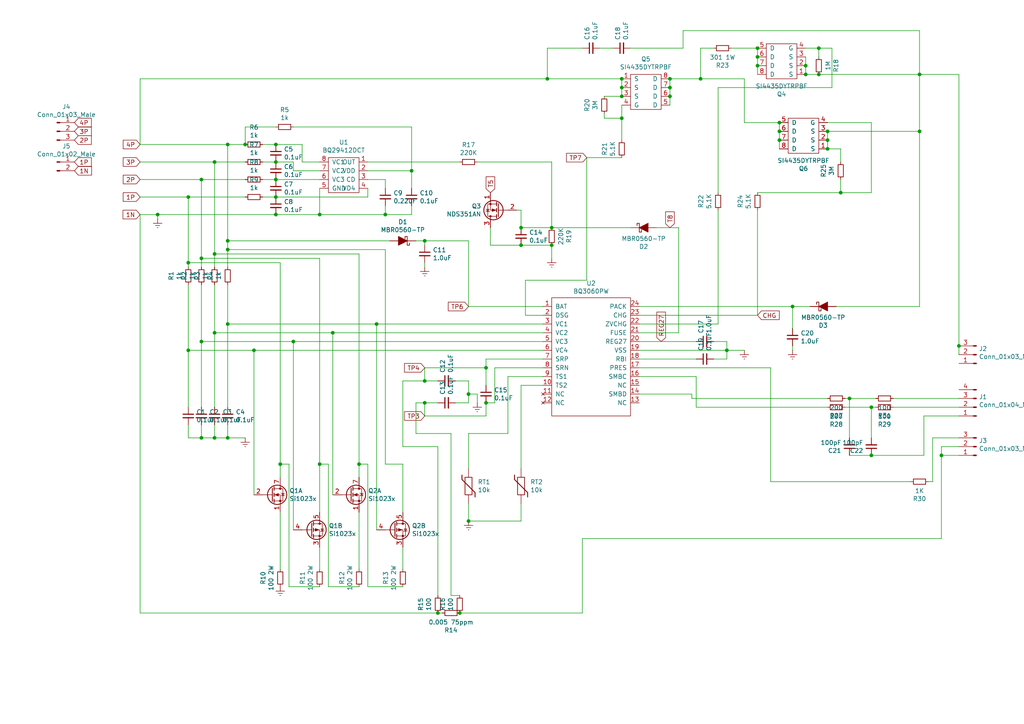
<source format=kicad_sch>
(kicad_sch (version 20250114) (generator "eeschema") (generator_version "9.0")
  (paper "A4")
  (lib_symbols
    (symbol "Connector:Conn_01x02_Male" (pin_names (offset 1.016) (hide yes))
      (property "Reference" "J" (at 0 2.54 0))
      (property "Value" "Connector_Conn_01x02_Male" (at 0 -5.08 0))
      (symbol "Conn_01x02_Male_1_1"
        (pin passive line (at 5.08 0 180) (length 3.81) (name "Pin_1") (number "1"))
        (pin passive line (at 5.08 -2.54 180) (length 3.81) (name "Pin_2") (number "2"))
      )
    )
    (symbol "Connector:Conn_01x03_Male" (pin_names (offset 1.016) (hide yes))
      (property "Reference" "J" (at 0 5.08 0))
      (property "Value" "Connector_Conn_01x03_Male" (at 0 -5.08 0))
      (symbol "Conn_01x03_Male_1_1"
        (pin passive line (at 5.08 2.54 180) (length 3.81) (name "Pin_1") (number "1"))
        (pin passive line (at 5.08 0 180) (length 3.81) (name "Pin_2") (number "2"))
        (pin passive line (at 5.08 -2.54 180) (length 3.81) (name "Pin_3") (number "3"))
      )
    )
    (symbol "Connector:Conn_01x04_Male" (pin_names (offset 1.016) (hide yes))
      (property "Reference" "J" (at 0 5.08 0))
      (property "Value" "Connector_Conn_01x04_Male" (at 0 -7.62 0))
      (symbol "Conn_01x04_Male_1_1"
        (pin passive line (at 5.08 2.54 180) (length 3.81) (name "Pin_1") (number "1"))
        (pin passive line (at 5.08 0 180) (length 3.81) (name "Pin_2") (number "2"))
        (pin passive line (at 5.08 -2.54 180) (length 3.81) (name "Pin_3") (number "3"))
        (pin passive line (at 5.08 -5.08 180) (length 3.81) (name "Pin_4") (number "4"))
      )
    )
    (symbol "Device:C_Small" (pin_numbers (hide yes)) (pin_names (offset 0.254) (hide yes))
      (property "Reference" "C" (at 0.254 1.778 0))
      (property "Value" "C_Small" (at 0.254 -2.032 0))
      (symbol "C_Small_1_1"
        (pin passive line (at 0 2.54 270) (length 2.032) (name "~") (number "1"))
        (pin passive line (at 0 -2.54 90) (length 2.032) (name "~") (number "2"))
      )
    )
    (symbol "Device:D_Schottky_ALT" (pin_numbers (hide yes)) (pin_names (offset 1.016) (hide yes))
      (property "Reference" "D" (at 0 2.54 0))
      (property "Value" "Device_D_Schottky_ALT" (at 0 -2.54 0))
      (symbol "D_Schottky_ALT_1_1"
        (pin passive line (at -3.81 0 0) (length 2.54) (name "K") (number "1"))
        (pin passive line (at 3.81 0 180) (length 2.54) (name "A") (number "2"))
      )
    )
    (symbol "Device:R_Small" (pin_numbers (hide yes)) (pin_names (offset 0.254) (hide yes))
      (property "Reference" "R" (at 0 0 90))
      (property "Value" "R_Small" (at 1.778 0 90))
      (symbol "R_Small_1_1"
        (pin passive line (at 0 2.54 270) (length 0.762) (name "~") (number "1"))
        (pin passive line (at 0 -2.54 90) (length 0.762) (name "~") (number "2"))
      )
    )
    (symbol "Device:Thermistor" (pin_numbers (hide yes)) (pin_names (offset 0))
      (property "Reference" "TH" (at 2.54 1.27 90))
      (property "Value" "Thermistor" (at -2.54 0 90))
      (symbol "Thermistor_1_1"
        (pin passive line (at 0 5.08 270) (length 2.54) (name "~") (number "1"))
        (pin passive line (at 0 -5.08 90) (length 2.54) (name "~") (number "2"))
      )
    )
    (symbol "Transistor_FET:2N7000" (pin_names (hide yes))
      (property "Reference" "Q" (at 5.08 1.905 0))
      (property "Value" "2N7000" (at 5.08 0 0))
      (symbol "2N7000_1_1"
        (pin input line (at -5.08 0 0) (length 2.54) (name "G") (number "2"))
        (pin passive line (at 2.54 5.08 270) (length 2.54) (name "D") (number "3"))
        (pin passive line (at 2.54 -5.08 90) (length 2.54) (name "S") (number "1"))
      )
    )
    (symbol "Transistor_FET:FDS4897AC" (pin_names (hide yes))
      (property "Reference" "Q" (at 5.08 1.905 0))
      (property "Value" "FDS4897AC" (at 5.08 0 0))
      (symbol "FDS4897AC_1_1"
        (pin input line (at -5.08 0 0) (length 2.54) (name "G1") (number "2"))
        (pin passive line (at 2.54 5.08 270) (length 2.54) (name "D1") (number "7"))
        (pin passive line (at 2.54 5.08 270) (length 2.54) (hide yes) (name "D1") (number "8"))
        (pin passive line (at 2.54 -5.08 90) (length 2.54) (name "S1") (number "1"))
      )
      (symbol "FDS4897AC_2_1"
        (pin input line (at -5.08 0 0) (length 2.54) (name "G2") (number "4"))
        (pin passive line (at 2.54 5.08 270) (length 2.54) (name "D2") (number "5"))
        (pin passive line (at 2.54 5.08 270) (length 2.54) (hide yes) (name "D2") (number "6"))
        (pin passive line (at 2.54 -5.08 90) (length 2.54) (name "S2") (number "3"))
      )
    )
    (symbol "bq3060:BQ29412DCT" (pin_names (offset 1.016))
      (property "Reference" "U" (at 0 0 0))
      (property "Value" "BQ29412DCT" (at 0 0 0))
      (symbol "BQ29412DCT_1_1"
        (pin unspecified line (at -10.16 5.08 0) (length 2.54) (name "VC1") (number "8"))
        (pin unspecified line (at -10.16 2.54 0) (length 2.54) (name "VC2") (number "7"))
        (pin unspecified line (at -10.16 0 0) (length 2.54) (name "VC3") (number "6"))
        (pin unspecified line (at -10.16 -2.54 0) (length 2.54) (name "GND") (number "5"))
        (pin unspecified line (at 3.81 5.08 180) (length 2.54) (name "OUT") (number "1"))
        (pin unspecified line (at 3.81 2.54 180) (length 2.54) (name "VDD") (number "2"))
        (pin unspecified line (at 3.81 0 180) (length 2.54) (name "CD") (number "3"))
        (pin unspecified line (at 3.81 -2.54 180) (length 2.54) (name "VD4") (number "4"))
      )
    )
    (symbol "bq3060:BQ3060PW" (pin_names (offset 1.016))
      (property "Reference" "U" (at -2.54 11.43 0))
      (property "Value" "BQ3060PW" (at -2.54 11.43 0))
      (symbol "BQ3060PW_1_1"
        (pin unspecified line (at -16.51 20.32 0) (length 2.54) (name "BAT") (number "1"))
        (pin unspecified line (at -16.51 17.78 0) (length 2.54) (name "DSG") (number "2"))
        (pin unspecified line (at -16.51 15.24 0) (length 2.54) (name "VC1") (number "3"))
        (pin unspecified line (at -16.51 12.7 0) (length 2.54) (name "VC2") (number "4"))
        (pin unspecified line (at -16.51 10.16 0) (length 2.54) (name "VC3") (number "5"))
        (pin unspecified line (at -16.51 7.62 0) (length 2.54) (name "VC4") (number "6"))
        (pin unspecified line (at -16.51 5.08 0) (length 2.54) (name "SRP") (number "7"))
        (pin unspecified line (at -16.51 2.54 0) (length 2.54) (name "SRN") (number "8"))
        (pin unspecified line (at -16.51 0 0) (length 2.54) (name "TS1") (number "9"))
        (pin unspecified line (at -16.51 -2.54 0) (length 2.54) (name "TS2") (number "10"))
        (pin no_connect line (at -16.51 -5.08 0) (length 2.54) (name "NC") (number "11"))
        (pin no_connect line (at -16.51 -7.62 0) (length 2.54) (name "NC") (number "12"))
        (pin unspecified line (at 11.43 20.32 180) (length 2.54) (name "PACK") (number "24"))
        (pin unspecified line (at 11.43 17.78 180) (length 2.54) (name "CHG") (number "23"))
        (pin unspecified line (at 11.43 15.24 180) (length 2.54) (name "ZVCHG") (number "22"))
        (pin unspecified line (at 11.43 12.7 180) (length 2.54) (name "FUSE") (number "21"))
        (pin unspecified line (at 11.43 10.16 180) (length 2.54) (name "REG27") (number "20"))
        (pin unspecified line (at 11.43 7.62 180) (length 2.54) (name "VSS") (number "19"))
        (pin unspecified line (at 11.43 5.08 180) (length 2.54) (name "RBI") (number "18"))
        (pin unspecified line (at 11.43 2.54 180) (length 2.54) (name "PRES") (number "17"))
        (pin unspecified line (at 11.43 0 180) (length 2.54) (name "SMBC") (number "16"))
        (pin unspecified line (at 11.43 -2.54 180) (length 2.54) (name "NC") (number "15"))
        (pin unspecified line (at 11.43 -5.08 180) (length 2.54) (name "SMBD") (number "14"))
        (pin unspecified line (at 11.43 -7.62 180) (length 2.54) (name "NC") (number "13"))
      )
    )
    (symbol "bq3060:SI4435DYTRPBF" (pin_names (offset 1.016))
      (property "Reference" "Q" (at -1.27 17.78 0))
      (property "Value" "SI4435DYTRPBF" (at -1.27 17.78 0))
      (symbol "SI4435DYTRPBF_1_1"
        (pin input line (at -6.35 3.81 0) (length 2.54) (name "S") (number "1"))
        (pin input line (at -6.35 1.27 0) (length 2.54) (name "S") (number "2"))
        (pin input line (at -6.35 -1.27 0) (length 2.54) (name "S") (number "3"))
        (pin input line (at -6.35 -3.81 0) (length 2.54) (name "G") (number "4"))
        (pin input line (at 7.62 3.81 180) (length 2.54) (name "D") (number "8"))
        (pin input line (at 7.62 1.27 180) (length 2.54) (name "D") (number "7"))
        (pin input line (at 7.62 -1.27 180) (length 2.54) (name "D") (number "6"))
        (pin input line (at 7.62 -3.81 180) (length 2.54) (name "D") (number "5"))
      )
    )
    (symbol "power:Earth" (power) (pin_numbers (hide yes)) (pin_names (offset 0) (hide yes))
      (property "Value" "Earth" (at 0 -3.81 0))
      (symbol "Earth_1_1"
        (pin power_in line (at 0 0 270) (length 0) (name "~") (number "1"))
      )
    )
  )
  (junction (at 226.06 38.1))
  (junction (at 243.84 55.88))
  (junction (at 151.13 66.04))
  (junction (at 219.71 13.97))
  (junction (at 45.72 62.23))
  (junction (at 160.02 71.12))
  (junction (at 123.19 69.85))
  (junction (at 240.03 40.64))
  (junction (at 135.89 114.3))
  (junction (at 104.14 134.62))
  (junction (at 210.82 101.6))
  (junction (at 237.49 13.97))
  (junction (at 158.75 22.86))
  (junction (at 140.97 116.84))
  (junction (at 219.71 16.51))
  (junction (at 229.87 88.9))
  (junction (at 266.7 38.1))
  (junction (at 135.89 151.13))
  (junction (at 81.28 134.62))
  (junction (at 203.2 22.86))
  (junction (at 109.22 93.98))
  (junction (at 194.31 22.86))
  (junction (at 278.13 100.33))
  (junction (at 160.02 66.04))
  (junction (at 180.34 27.94))
  (junction (at 66.04 69.85))
  (junction (at 151.13 71.12))
  (junction (at 273.05 132.08))
  (junction (at 266.7 21.59))
  (junction (at 233.68 19.05))
  (junction (at 85.09 99.06))
  (junction (at 66.04 41.91))
  (junction (at 80.01 41.91))
  (junction (at 80.01 62.23))
  (junction (at 226.06 35.56))
  (junction (at 252.73 118.11))
  (junction (at 240.03 43.18))
  (junction (at 54.61 76.2))
  (junction (at 58.42 127))
  (junction (at 80.01 52.07))
  (junction (at 240.03 38.1))
  (junction (at 219.71 19.05))
  (junction (at 119.38 49.53))
  (junction (at 62.23 127))
  (junction (at 54.61 101.6))
  (junction (at 54.61 57.15))
  (junction (at 233.68 21.59))
  (junction (at 62.23 46.99))
  (junction (at 194.31 25.4))
  (junction (at 58.42 74.93))
  (junction (at 180.34 22.86))
  (junction (at 96.52 96.52))
  (junction (at 246.38 115.57))
  (junction (at 133.35 177.8))
  (junction (at 111.76 62.23))
  (junction (at 140.97 106.68))
  (junction (at 66.04 72.39))
  (junction (at 71.12 41.91))
  (junction (at 252.73 132.08))
  (junction (at 73.66 101.6))
  (junction (at 127 177.8))
  (junction (at 66.04 127))
  (junction (at 194.31 27.94))
  (junction (at 62.23 96.52))
  (junction (at 66.04 93.98))
  (junction (at 80.01 57.15))
  (junction (at 58.42 52.07))
  (junction (at 92.71 62.23))
  (junction (at 180.34 25.4))
  (junction (at 226.06 40.64))
  (junction (at 237.49 21.59))
  (junction (at 58.42 99.06))
  (junction (at 62.23 73.66))
  (junction (at 180.34 34.29))
  (junction (at 80.01 46.99))
  (junction (at 92.71 134.62))
  (junction (at 123.19 116.84))
  (junction (at 123.19 110.49))
  (wire (pts (xy 76.2 41.91) (xy 80.01 41.91)))
  (wire (pts (xy 58.42 127) (xy 62.23 127)))
  (wire (pts (xy 113.03 69.85) (xy 66.04 69.85)))
  (wire (pts (xy 83.82 170.18) (xy 83.82 134.62)))
  (wire (pts (xy 170.18 81.28) (xy 170.18 45.72)))
  (wire (pts (xy 158.75 22.86) (xy 40.64 22.86)))
  (wire (pts (xy 152.4 81.28) (xy 170.18 81.28)))
  (wire (pts (xy 116.84 129.54) (xy 127 129.54)))
  (wire (pts (xy 203.2 13.97) (xy 203.2 22.86)))
  (wire (pts (xy 264.16 139.7) (xy 223.52 139.7)))
  (wire (pts (xy 85.09 46.99) (xy 85.09 49.53)))
  (wire (pts (xy 116.84 158.75) (xy 116.84 165.1)))
  (wire (pts (xy 207.01 99.06) (xy 210.82 99.06)))
  (wire (pts (xy 168.91 177.8) (xy 168.91 156.21)))
  (wire (pts (xy 180.34 27.94) (xy 175.26 27.94)))
  (wire (pts (xy 240.03 115.57) (xy 200.66 115.57)))
  (wire (pts (xy 54.61 127) (xy 58.42 127)))
  (wire (pts (xy 233.68 19.05) (xy 233.68 16.51)))
  (wire (pts (xy 226.06 43.18) (xy 226.06 40.64)))
  (wire (pts (xy 142.24 71.12) (xy 151.13 71.12)))
  (wire (pts (xy 151.13 71.12) (xy 160.02 71.12)))
  (wire (pts (xy 66.04 69.85) (xy 66.04 41.91)))
  (wire (pts (xy 160.02 46.99) (xy 138.43 46.99)))
  (wire (pts (xy 62.23 73.66) (xy 62.23 46.99)))
  (wire (pts (xy 83.82 134.62) (xy 81.28 134.62)))
  (wire (pts (xy 208.28 93.98) (xy 185.42 93.98)))
  (wire (pts (xy 269.24 139.7) (xy 270.51 139.7)))
  (wire (pts (xy 87.63 46.99) (xy 92.71 46.99)))
  (wire (pts (xy 135.89 114.3) (xy 135.89 116.84)))
  (wire (pts (xy 266.7 38.1) (xy 266.7 88.9)))
  (wire (pts (xy 160.02 66.04) (xy 151.13 66.04)))
  (wire (pts (xy 58.42 123.19) (xy 58.42 127)))
  (wire (pts (xy 66.04 123.19) (xy 66.04 127)))
  (wire (pts (xy 123.19 120.65) (xy 123.19 116.84)))
  (wire (pts (xy 120.65 125.73) (xy 130.81 125.73)))
  (wire (pts (xy 123.19 110.49) (xy 116.84 110.49)))
  (wire (pts (xy 182.88 13.97) (xy 198.12 13.97)))
  (wire (pts (xy 81.28 138.43) (xy 81.28 134.62)))
  (wire (pts (xy 259.08 118.11) (xy 278.13 118.11)))
  (wire (pts (xy 208.28 25.4) (xy 208.28 55.88)))
  (wire (pts (xy 200.66 115.57) (xy 200.66 114.3)))
  (wire (pts (xy 58.42 74.93) (xy 58.42 52.07)))
  (wire (pts (xy 62.23 123.19) (xy 62.23 127)))
  (wire (pts (xy 151.13 151.13) (xy 135.89 151.13)))
  (wire (pts (xy 273.05 129.54) (xy 278.13 129.54)))
  (wire (pts (xy 58.42 52.07) (xy 71.12 52.07)))
  (wire (pts (xy 223.52 139.7) (xy 223.52 106.68)))
  (wire (pts (xy 246.38 132.08) (xy 252.73 132.08)))
  (wire (pts (xy 133.35 177.8) (xy 168.91 177.8)))
  (wire (pts (xy 223.52 106.68) (xy 185.42 106.68)))
  (wire (pts (xy 233.68 13.97) (xy 237.49 13.97)))
  (wire (pts (xy 273.05 156.21) (xy 273.05 132.08)))
  (wire (pts (xy 123.19 106.68) (xy 123.19 110.49)))
  (wire (pts (xy 266.7 38.1) (xy 266.7 21.59)))
  (wire (pts (xy 160.02 46.99) (xy 160.02 66.04)))
  (wire (pts (xy 95.25 134.62) (xy 92.71 134.62)))
  (wire (pts (xy 252.73 35.56) (xy 252.73 55.88)))
  (wire (pts (xy 80.01 46.99) (xy 85.09 46.99)))
  (wire (pts (xy 175.26 34.29) (xy 180.34 34.29)))
  (wire (pts (xy 116.84 148.59) (xy 116.84 134.62)))
  (wire (pts (xy 203.2 22.86) (xy 215.9 22.86)))
  (wire (pts (xy 130.81 172.72) (xy 133.35 172.72)))
  (wire (pts (xy 194.31 25.4) (xy 194.31 27.94)))
  (wire (pts (xy 92.71 165.1) (xy 92.71 158.75)))
  (wire (pts (xy 229.87 100.33) (xy 229.87 101.6)))
  (wire (pts (xy 106.68 134.62) (xy 104.14 134.62)))
  (wire (pts (xy 92.71 54.61) (xy 92.71 62.23)))
  (wire (pts (xy 240.03 118.11) (xy 201.93 118.11)))
  (wire (pts (xy 119.38 62.23) (xy 111.76 62.23)))
  (wire (pts (xy 62.23 96.52) (xy 62.23 118.11)))
  (wire (pts (xy 237.49 13.97) (xy 241.3 13.97)))
  (wire (pts (xy 73.66 101.6) (xy 54.61 101.6)))
  (wire (pts (xy 109.22 93.98) (xy 66.04 93.98)))
  (wire (pts (xy 219.71 16.51) (xy 219.71 19.05)))
  (wire (pts (xy 119.38 59.69) (xy 119.38 62.23)))
  (wire (pts (xy 135.89 125.73) (xy 135.89 135.89)))
  (wire (pts (xy 66.04 77.47) (xy 66.04 72.39)))
  (wire (pts (xy 245.11 118.11) (xy 252.73 118.11)))
  (wire (pts (xy 76.2 46.99) (xy 80.01 46.99)))
  (wire (pts (xy 54.61 82.55) (xy 54.61 101.6)))
  (wire (pts (xy 130.81 125.73) (xy 130.81 172.72)))
  (wire (pts (xy 203.2 13.97) (xy 207.01 13.97)))
  (wire (pts (xy 243.84 43.18) (xy 243.84 46.99)))
  (wire (pts (xy 278.13 132.08) (xy 273.05 132.08)))
  (wire (pts (xy 196.85 96.52) (xy 185.42 96.52)))
  (wire (pts (xy 212.09 13.97) (xy 219.71 13.97)))
  (wire (pts (xy 266.7 38.1) (xy 240.03 38.1)))
  (wire (pts (xy 246.38 127) (xy 246.38 115.57)))
  (wire (pts (xy 233.68 21.59) (xy 233.68 19.05)))
  (wire (pts (xy 111.76 72.39) (xy 66.04 72.39)))
  (wire (pts (xy 210.82 101.6) (xy 215.9 101.6)))
  (wire (pts (xy 266.7 21.59) (xy 237.49 21.59)))
  (wire (pts (xy 158.75 13.97) (xy 158.75 22.86)))
  (wire (pts (xy 243.84 43.18) (xy 240.03 43.18)))
  (wire (pts (xy 157.48 93.98) (xy 109.22 93.98)))
  (wire (pts (xy 132.08 110.49) (xy 135.89 110.49)))
  (wire (pts (xy 123.19 110.49) (xy 127 110.49)))
  (wire (pts (xy 252.73 127) (xy 252.73 118.11)))
  (wire (pts (xy 58.42 77.47) (xy 58.42 74.93)))
  (wire (pts (xy 252.73 132.08) (xy 267.97 132.08)))
  (wire (pts (xy 243.84 55.88) (xy 219.71 55.88)))
  (wire (pts (xy 62.23 46.99) (xy 71.12 46.99)))
  (wire (pts (xy 140.97 116.84) (xy 140.97 120.65)))
  (wire (pts (xy 157.48 104.14) (xy 140.97 104.14)))
  (wire (pts (xy 180.34 34.29) (xy 180.34 40.64)))
  (wire (pts (xy 278.13 21.59) (xy 266.7 21.59)))
  (wire (pts (xy 215.9 22.86) (xy 215.9 35.56)))
  (wire (pts (xy 135.89 146.05) (xy 135.89 151.13)))
  (wire (pts (xy 81.28 148.59) (xy 81.28 165.1)))
  (wire (pts (xy 241.3 13.97) (xy 241.3 25.4)))
  (wire (pts (xy 54.61 101.6) (xy 54.61 118.11)))
  (wire (pts (xy 132.08 116.84) (xy 135.89 116.84)))
  (wire (pts (xy 147.32 109.22) (xy 147.32 125.73)))
  (wire (pts (xy 80.01 57.15) (xy 106.68 57.15)))
  (wire (pts (xy 198.12 13.97) (xy 198.12 8.89)))
  (wire (pts (xy 62.23 77.47) (xy 62.23 73.66)))
  (wire (pts (xy 62.23 127) (xy 66.04 127)))
  (wire (pts (xy 66.04 93.98) (xy 66.04 118.11)))
  (wire (pts (xy 104.14 73.66) (xy 62.23 73.66)))
  (wire (pts (xy 242.57 88.9) (xy 266.7 88.9)))
  (wire (pts (xy 40.64 22.86) (xy 40.64 41.91)))
  (wire (pts (xy 104.14 138.43) (xy 104.14 134.62)))
  (wire (pts (xy 73.66 143.51) (xy 73.66 101.6)))
  (wire (pts (xy 226.06 35.56) (xy 226.06 38.1)))
  (wire (pts (xy 58.42 99.06) (xy 58.42 118.11)))
  (wire (pts (xy 210.82 101.6) (xy 185.42 101.6)))
  (wire (pts (xy 80.01 52.07) (xy 76.2 52.07)))
  (wire (pts (xy 85.09 36.83) (xy 119.38 36.83)))
  (wire (pts (xy 142.24 66.04) (xy 142.24 71.12)))
  (wire (pts (xy 92.71 134.62) (xy 92.71 74.93)))
  (wire (pts (xy 123.19 76.2) (xy 123.19 77.47)))
  (wire (pts (xy 194.31 30.48) (xy 194.31 27.94)))
  (wire (pts (xy 135.89 114.3) (xy 138.43 114.3)))
  (wire (pts (xy 85.09 153.67) (xy 85.09 99.06)))
  (wire (pts (xy 219.71 13.97) (xy 219.71 16.51)))
  (wire (pts (xy 54.61 57.15) (xy 71.12 57.15)))
  (wire (pts (xy 237.49 21.59) (xy 233.68 21.59)))
  (wire (pts (xy 120.65 116.84) (xy 120.65 125.73)))
  (wire (pts (xy 259.08 115.57) (xy 278.13 115.57)))
  (wire (pts (xy 128.27 177.8) (xy 127 177.8)))
  (wire (pts (xy 140.97 104.14) (xy 140.97 106.68)))
  (wire (pts (xy 40.64 46.99) (xy 62.23 46.99)))
  (wire (pts (xy 168.91 13.97) (xy 158.75 13.97)))
  (wire (pts (xy 120.65 69.85) (xy 123.19 69.85)))
  (wire (pts (xy 180.34 25.4) (xy 180.34 27.94)))
  (wire (pts (xy 40.64 62.23) (xy 40.64 177.8)))
  (wire (pts (xy 208.28 60.96) (xy 208.28 93.98)))
  (wire (pts (xy 66.04 82.55) (xy 66.04 93.98)))
  (wire (pts (xy 143.51 116.84) (xy 140.97 116.84)))
  (wire (pts (xy 109.22 153.67) (xy 109.22 93.98)))
  (wire (pts (xy 123.19 116.84) (xy 120.65 116.84)))
  (wire (pts (xy 135.89 110.49) (xy 135.89 114.3)))
  (wire (pts (xy 119.38 49.53) (xy 119.38 54.61)))
  (wire (pts (xy 210.82 104.14) (xy 207.01 104.14)))
  (wire (pts (xy 157.48 106.68) (xy 143.51 106.68)))
  (wire (pts (xy 237.49 16.51) (xy 237.49 13.97)))
  (wire (pts (xy 266.7 8.89) (xy 266.7 21.59)))
  (wire (pts (xy 175.26 33.02) (xy 175.26 34.29)))
  (wire (pts (xy 219.71 21.59) (xy 219.71 19.05)))
  (wire (pts (xy 87.63 41.91) (xy 87.63 46.99)))
  (wire (pts (xy 58.42 82.55) (xy 58.42 99.06)))
  (wire (pts (xy 240.03 35.56) (xy 252.73 35.56)))
  (wire (pts (xy 267.97 120.65) (xy 278.13 120.65)))
  (wire (pts (xy 252.73 55.88) (xy 243.84 55.88)))
  (wire (pts (xy 81.28 76.2) (xy 54.61 76.2)))
  (wire (pts (xy 92.71 74.93) (xy 58.42 74.93)))
  (wire (pts (xy 116.84 170.18) (xy 106.68 170.18)))
  (wire (pts (xy 127 177.8) (xy 40.64 177.8)))
  (wire (pts (xy 92.71 170.18) (xy 83.82 170.18)))
  (wire (pts (xy 254 115.57) (xy 246.38 115.57)))
  (wire (pts (xy 138.43 114.3) (xy 138.43 116.84)))
  (wire (pts (xy 278.13 100.33) (xy 278.13 102.87)))
  (wire (pts (xy 40.64 52.07) (xy 58.42 52.07)))
  (wire (pts (xy 40.64 41.91) (xy 66.04 41.91)))
  (wire (pts (xy 127 129.54) (xy 127 172.72)))
  (wire (pts (xy 119.38 49.53) (xy 119.38 36.83)))
  (wire (pts (xy 173.99 13.97) (xy 177.8 13.97)))
  (wire (pts (xy 96.52 143.51) (xy 96.52 96.52)))
  (wire (pts (xy 157.48 109.22) (xy 147.32 109.22)))
  (wire (pts (xy 241.3 25.4) (xy 208.28 25.4)))
  (wire (pts (xy 106.68 46.99) (xy 133.35 46.99)))
  (wire (pts (xy 194.31 22.86) (xy 203.2 22.86)))
  (wire (pts (xy 170.18 45.72) (xy 180.34 45.72)))
  (wire (pts (xy 106.68 57.15) (xy 106.68 54.61)))
  (wire (pts (xy 135.89 88.9) (xy 157.48 88.9)))
  (wire (pts (xy 140.97 120.65) (xy 123.19 120.65)))
  (wire (pts (xy 210.82 99.06) (xy 210.82 101.6)))
  (wire (pts (xy 140.97 106.68) (xy 140.97 111.76)))
  (wire (pts (xy 201.93 104.14) (xy 185.42 104.14)))
  (wire (pts (xy 151.13 146.05) (xy 151.13 151.13)))
  (wire (pts (xy 185.42 99.06) (xy 201.93 99.06)))
  (wire (pts (xy 190.5 66.04) (xy 196.85 66.04)))
  (wire (pts (xy 140.97 106.68) (xy 123.19 106.68)))
  (wire (pts (xy 40.64 57.15) (xy 54.61 57.15)))
  (wire (pts (xy 116.84 110.49) (xy 116.84 129.54)))
  (wire (pts (xy 116.84 134.62) (xy 111.76 134.62)))
  (wire (pts (xy 111.76 62.23) (xy 92.71 62.23)))
  (wire (pts (xy 54.61 76.2) (xy 54.61 57.15)))
  (wire (pts (xy 106.68 52.07) (xy 111.76 52.07)))
  (wire (pts (xy 180.34 22.86) (xy 180.34 25.4)))
  (wire (pts (xy 66.04 127) (xy 71.12 127)))
  (wire (pts (xy 147.32 125.73) (xy 135.89 125.73)))
  (wire (pts (xy 157.48 99.06) (xy 85.09 99.06)))
  (wire (pts (xy 157.48 91.44) (xy 152.4 91.44)))
  (wire (pts (xy 194.31 22.86) (xy 194.31 25.4)))
  (wire (pts (xy 123.19 71.12) (xy 123.19 69.85)))
  (wire (pts (xy 104.14 170.18) (xy 95.25 170.18)))
  (wire (pts (xy 95.25 170.18) (xy 95.25 134.62)))
  (wire (pts (xy 234.95 88.9) (xy 229.87 88.9)))
  (wire (pts (xy 160.02 66.04) (xy 182.88 66.04)))
  (wire (pts (xy 80.01 36.83) (xy 71.12 36.83)))
  (wire (pts (xy 229.87 95.25) (xy 229.87 88.9)))
  (wire (pts (xy 143.51 106.68) (xy 143.51 116.84)))
  (wire (pts (xy 226.06 40.64) (xy 226.06 38.1)))
  (wire (pts (xy 246.38 115.57) (xy 245.11 115.57)))
  (wire (pts (xy 240.03 43.18) (xy 240.03 40.64)))
  (wire (pts (xy 45.72 63.5) (xy 45.72 62.23)))
  (wire (pts (xy 85.09 99.06) (xy 58.42 99.06)))
  (wire (pts (xy 243.84 52.07) (xy 243.84 55.88)))
  (wire (pts (xy 66.04 41.91) (xy 71.12 41.91)))
  (wire (pts (xy 104.14 148.59) (xy 104.14 165.1)))
  (wire (pts (xy 210.82 101.6) (xy 210.82 104.14)))
  (wire (pts (xy 201.93 109.22) (xy 185.42 109.22)))
  (wire (pts (xy 273.05 132.08) (xy 273.05 129.54)))
  (wire (pts (xy 196.85 66.04) (xy 196.85 96.52)))
  (wire (pts (xy 270.51 127) (xy 278.13 127)))
  (wire (pts (xy 111.76 134.62) (xy 111.76 72.39)))
  (wire (pts (xy 104.14 134.62) (xy 104.14 73.66)))
  (wire (pts (xy 71.12 36.83) (xy 71.12 41.91)))
  (wire (pts (xy 168.91 156.21) (xy 273.05 156.21)))
  (wire (pts (xy 149.86 60.96) (xy 151.13 60.96)))
  (wire (pts (xy 270.51 139.7) (xy 270.51 127)))
  (wire (pts (xy 152.4 91.44) (xy 152.4 81.28)))
  (wire (pts (xy 76.2 57.15) (xy 80.01 57.15)))
  (wire (pts (xy 106.68 49.53) (xy 119.38 49.53)))
  (wire (pts (xy 200.66 114.3) (xy 185.42 114.3)))
  (wire (pts (xy 85.09 49.53) (xy 92.71 49.53)))
  (wire (pts (xy 160.02 71.12) (xy 160.02 74.93)))
  (wire (pts (xy 278.13 21.59) (xy 278.13 100.33)))
  (wire (pts (xy 66.04 72.39) (xy 66.04 69.85)))
  (wire (pts (xy 81.28 134.62) (xy 81.28 76.2)))
  (wire (pts (xy 111.76 59.69) (xy 111.76 62.23)))
  (wire (pts (xy 80.01 52.07) (xy 92.71 52.07)))
  (wire (pts (xy 123.19 69.85) (xy 135.89 69.85)))
  (wire (pts (xy 62.23 82.55) (xy 62.23 96.52)))
  (wire (pts (xy 158.75 22.86) (xy 180.34 22.86)))
  (wire (pts (xy 201.93 118.11) (xy 201.93 109.22)))
  (wire (pts (xy 240.03 40.64) (xy 240.03 38.1)))
  (wire (pts (xy 229.87 88.9) (xy 185.42 88.9)))
  (wire (pts (xy 252.73 118.11) (xy 254 118.11)))
  (wire (pts (xy 157.48 111.76) (xy 151.13 111.76)))
  (wire (pts (xy 92.71 62.23) (xy 80.01 62.23)))
  (wire (pts (xy 219.71 91.44) (xy 185.42 91.44)))
  (wire (pts (xy 157.48 101.6) (xy 73.66 101.6)))
  (wire (pts (xy 96.52 96.52) (xy 62.23 96.52)))
  (wire (pts (xy 151.13 111.76) (xy 151.13 135.89)))
  (wire (pts (xy 267.97 132.08) (xy 267.97 120.65)))
  (wire (pts (xy 151.13 60.96) (xy 151.13 66.04)))
  (wire (pts (xy 180.34 30.48) (xy 180.34 34.29)))
  (wire (pts (xy 219.71 60.96) (xy 219.71 91.44)))
  (wire (pts (xy 54.61 123.19) (xy 54.61 127)))
  (wire (pts (xy 215.9 35.56) (xy 226.06 35.56)))
  (wire (pts (xy 157.48 96.52) (xy 96.52 96.52)))
  (wire (pts (xy 80.01 41.91) (xy 87.63 41.91)))
  (wire (pts (xy 92.71 148.59) (xy 92.71 134.62)))
  (wire (pts (xy 45.72 62.23) (xy 80.01 62.23)))
  (wire (pts (xy 106.68 170.18) (xy 106.68 134.62)))
  (wire (pts (xy 40.64 62.23) (xy 45.72 62.23)))
  (wire (pts (xy 111.76 52.07) (xy 111.76 54.61)))
  (wire (pts (xy 198.12 8.89) (xy 266.7 8.89)))
  (wire (pts (xy 54.61 77.47) (xy 54.61 76.2)))
  (wire (pts (xy 135.89 69.85) (xy 135.89 88.9)))
  (wire (pts (xy 123.19 116.84) (xy 127 116.84)))
  (global_label "2P" (shape input) (at 21.59 40.64 0) (property "Intersheetrefs" "${INTERSHEET_REFS}" (effects (hide yes))))
  (global_label "1N" (shape input) (at 40.64 62.23 180) (property "Intersheetrefs" "${INTERSHEET_REFS}" (effects (hide yes))))
  (global_label "4P" (shape input) (at 40.64 41.91 180) (property "Intersheetrefs" "${INTERSHEET_REFS}" (effects (hide yes))))
  (global_label "TP3" (shape input) (at 123.19 120.65 180) (property "Intersheetrefs" "${INTERSHEET_REFS}" (effects (hide yes))))
  (global_label "1P" (shape input) (at 21.59 46.99 0) (property "Intersheetrefs" "${INTERSHEET_REFS}" (effects (hide yes))))
  (global_label "TP4" (shape input) (at 123.19 106.68 180) (property "Intersheetrefs" "${INTERSHEET_REFS}" (effects (hide yes))))
  (global_label "REG27" (shape input) (at 191.77 99.06 90) (property "Intersheetrefs" "${INTERSHEET_REFS}" (effects (hide yes))))
  (global_label "3P" (shape input) (at 21.59 38.1 0) (property "Intersheetrefs" "${INTERSHEET_REFS}" (effects (hide yes))))
  (global_label "3P" (shape input) (at 40.64 46.99 180) (property "Intersheetrefs" "${INTERSHEET_REFS}" (effects (hide yes))))
  (global_label "CHG" (shape input) (at 219.71 91.44 0) (property "Intersheetrefs" "${INTERSHEET_REFS}" (effects (hide yes))))
  (global_label "TP6" (shape input) (at 135.89 88.9 180) (property "Intersheetrefs" "${INTERSHEET_REFS}" (effects (hide yes))))
  (global_label "TP7" (shape input) (at 170.18 45.72 180) (property "Intersheetrefs" "${INTERSHEET_REFS}" (effects (hide yes))))
  (global_label "2P" (shape input) (at 40.64 52.07 180) (property "Intersheetrefs" "${INTERSHEET_REFS}" (effects (hide yes))))
  (global_label "1N" (shape input) (at 21.59 49.53 0) (property "Intersheetrefs" "${INTERSHEET_REFS}" (effects (hide yes))))
  (global_label "1P" (shape input) (at 40.64 57.15 180) (property "Intersheetrefs" "${INTERSHEET_REFS}" (effects (hide yes))))
  (global_label "4P" (shape input) (at 21.59 35.56 0) (property "Intersheetrefs" "${INTERSHEET_REFS}" (effects (hide yes))))
  (global_label "T8" (shape input) (at 194.31 66.04 90) (property "Intersheetrefs" "${INTERSHEET_REFS}" (effects (hide yes))))
  (global_label "T5" (shape input) (at 142.24 55.88 90) (property "Intersheetrefs" "${INTERSHEET_REFS}" (effects (hide yes))))
  (symbol (lib_id "bq3060:BQ3060PW") (at 173.99 109.22 0) (unit 1)
    (property "Reference" "U2" (at 171.45 82.169 0))
    (property "Value" "BQ3060PW" (at 171.45 84.4804 0))
    (property "Footprint" "Package_SO:TSSOP-24_4.4x7.8mm_P0.65mm" (effects (hide yes)))
  )
  (symbol (lib_id "bq3060:BQ29412DCT") (at 102.87 52.07 0) (unit 1)
    (property "Reference" "U1" (at 99.695 41.275 0))
    (property "Value" "BQ29412DCT" (at 99.695 43.5864 0))
    (property "Footprint" "footprints:SN74LVC2G241_DCT_8" (effects (hide yes)))
  )
  (symbol (lib_id "Device:C_Small") (at 80.01 44.45 0) (unit 1)
    (property "Reference" "C5" (at 82.3468 43.2816 0) (effects (justify left)))
    (property "Value" "0.1uF" (at 82.3468 45.593 0) (effects (justify left)))
    (property "Footprint" "Capacitor_SMD:C_0805_2012Metric_Pad1.15x1.40mm_HandSolder" (effects (hide yes)))
  )
  (symbol (lib_id "Device:C_Small") (at 80.01 49.53 0) (unit 1)
    (property "Reference" "C6" (at 82.3468 48.3616 0) (effects (justify left)))
    (property "Value" "0.1uF" (at 82.3468 50.673 0) (effects (justify left)))
    (property "Footprint" "Capacitor_SMD:C_0805_2012Metric_Pad1.15x1.40mm_HandSolder" (effects (hide yes)))
  )
  (symbol (lib_id "Device:C_Small") (at 80.01 54.61 0) (unit 1)
    (property "Reference" "C7" (at 82.3468 53.4416 0) (effects (justify left)))
    (property "Value" "0.1uF" (at 82.3468 55.753 0) (effects (justify left)))
    (property "Footprint" "Capacitor_SMD:C_0805_2012Metric_Pad1.15x1.40mm_HandSolder" (effects (hide yes)))
  )
  (symbol (lib_id "Device:C_Small") (at 80.01 59.69 0) (unit 1)
    (property "Reference" "C8" (at 82.3468 58.5216 0) (effects (justify left)))
    (property "Value" "0.1uF" (at 82.3468 60.833 0) (effects (justify left)))
    (property "Footprint" "Capacitor_SMD:C_0805_2012Metric_Pad1.15x1.40mm_HandSolder" (effects (hide yes)))
  )
  (symbol (lib_id "Device:R_Small") (at 73.66 41.91 270) (unit 1)
    (property "Reference" "R6" (at 73.66 36.9316 90))
    (property "Value" "1k" (at 73.66 39.243 90))
    (property "Footprint" "Resistor_SMD:R_0805_2012Metric_Pad1.15x1.40mm_HandSolder" (effects (hide yes)))
  )
  (symbol (lib_id "Device:R_Small") (at 73.66 46.99 270) (unit 1)
    (property "Reference" "R7" (at 73.66 42.0116 90))
    (property "Value" "1k" (at 73.66 44.323 90))
    (property "Footprint" "Resistor_SMD:R_0805_2012Metric_Pad1.15x1.40mm_HandSolder" (effects (hide yes)))
  )
  (symbol (lib_id "Device:R_Small") (at 73.66 52.07 270) (unit 1)
    (property "Reference" "R8" (at 73.66 47.0916 90))
    (property "Value" "1k" (at 73.66 49.403 90))
    (property "Footprint" "Resistor_SMD:R_0805_2012Metric_Pad1.15x1.40mm_HandSolder" (effects (hide yes)))
  )
  (symbol (lib_id "Device:R_Small") (at 73.66 57.15 270) (unit 1)
    (property "Reference" "R9" (at 73.66 52.1716 90))
    (property "Value" "1k" (at 73.66 54.483 90))
    (property "Footprint" "Resistor_SMD:R_0805_2012Metric_Pad1.15x1.40mm_HandSolder" (effects (hide yes)))
  )
  (symbol (lib_id "Device:R_Small") (at 82.55 36.83 270) (unit 1)
    (property "Reference" "R5" (at 82.55 31.8516 90))
    (property "Value" "1k" (at 82.55 34.163 90))
    (property "Footprint" "Resistor_SMD:R_0805_2012Metric_Pad1.15x1.40mm_HandSolder" (effects (hide yes)))
  )
  (symbol (lib_id "Device:C_Small") (at 111.76 57.15 0) (unit 1)
    (property "Reference" "C9" (at 114.0968 55.9816 0) (effects (justify left)))
    (property "Value" "0.22uF" (at 114.0968 58.293 0) (effects (justify left)))
    (property "Footprint" "Capacitor_SMD:C_0805_2012Metric_Pad1.15x1.40mm_HandSolder" (effects (hide yes)))
  )
  (symbol (lib_id "Device:C_Small") (at 119.38 57.15 0) (unit 1)
    (property "Reference" "C10" (at 121.7168 55.9816 0) (effects (justify left)))
    (property "Value" "0.1uF" (at 121.7168 58.293 0) (effects (justify left)))
    (property "Footprint" "Capacitor_SMD:C_0805_2012Metric_Pad1.15x1.40mm_HandSolder" (effects (hide yes)))
  )
  (symbol (lib_id "Device:R_Small") (at 66.04 80.01 0) (unit 1)
    (property "Reference" "R4" (at 61.0616 80.01 90))
    (property "Value" "1k" (at 63.373 80.01 90))
    (property "Footprint" "Resistor_SMD:R_0805_2012Metric_Pad1.15x1.40mm_HandSolder" (effects (hide yes)))
  )
  (symbol (lib_id "Device:R_Small") (at 62.23 80.01 0) (unit 1)
    (property "Reference" "R3" (at 57.2516 80.01 90))
    (property "Value" "1k" (at 59.563 80.01 90))
    (property "Footprint" "Resistor_SMD:R_0805_2012Metric_Pad1.15x1.40mm_HandSolder" (effects (hide yes)))
  )
  (symbol (lib_id "Device:R_Small") (at 58.42 80.01 0) (unit 1)
    (property "Reference" "R2" (at 53.4416 80.01 90))
    (property "Value" "1k" (at 55.753 80.01 90))
    (property "Footprint" "Resistor_SMD:R_0805_2012Metric_Pad1.15x1.40mm_HandSolder" (effects (hide yes)))
  )
  (symbol (lib_id "Device:R_Small") (at 54.61 80.01 0) (unit 1)
    (property "Reference" "R1" (at 49.6316 80.01 90))
    (property "Value" "1k" (at 51.943 80.01 90))
    (property "Footprint" "Resistor_SMD:R_0805_2012Metric_Pad1.15x1.40mm_HandSolder" (effects (hide yes)))
  )
  (symbol (lib_id "Device:C_Small") (at 54.61 120.65 0) (unit 1)
    (property "Reference" "C1" (at 56.9468 119.4816 0) (effects (justify left)))
    (property "Value" "0.1uF" (at 56.9468 121.793 0) (effects (justify left)))
    (property "Footprint" "Capacitor_SMD:C_0805_2012Metric_Pad1.15x1.40mm_HandSolder" (effects (hide yes)))
  )
  (symbol (lib_id "Device:C_Small") (at 58.42 120.65 0) (unit 1)
    (property "Reference" "C2" (at 60.7568 119.4816 0) (effects (justify left)))
    (property "Value" "0.1uF" (at 60.7568 121.793 0) (effects (justify left)))
    (property "Footprint" "Capacitor_SMD:C_0805_2012Metric_Pad1.15x1.40mm_HandSolder" (effects (hide yes)))
  )
  (symbol (lib_id "Device:C_Small") (at 62.23 120.65 0) (unit 1)
    (property "Reference" "C3" (at 64.5668 119.4816 0) (effects (justify left)))
    (property "Value" "0.1uF" (at 64.5668 121.793 0) (effects (justify left)))
    (property "Footprint" "Capacitor_SMD:C_0805_2012Metric_Pad1.15x1.40mm_HandSolder" (effects (hide yes)))
  )
  (symbol (lib_id "Device:C_Small") (at 66.04 120.65 0) (unit 1)
    (property "Reference" "C4" (at 68.3768 119.4816 0) (effects (justify left)))
    (property "Value" "0.1uF" (at 68.3768 121.793 0) (effects (justify left)))
    (property "Footprint" "Capacitor_SMD:C_0805_2012Metric_Pad1.15x1.40mm_HandSolder" (effects (hide yes)))
  )
  (symbol (lib_id "power:Earth") (at 71.12 127 0) (unit 1)
    (property "Reference" "#PWR0101" (effects (hide yes)))
    (property "Value" "Earth" (effects (hide yes)))
  )
  (symbol (lib_id "Device:D_Schottky_ALT") (at 116.84 69.85 180) (unit 1)
    (property "Reference" "D1" (at 116.84 64.3636 0))
    (property "Value" "MBR0560-TP" (at 116.84 66.675 0))
    (property "Footprint" "Diode_SMD:D_SOD-123" (effects (hide yes)))
  )
  (symbol (lib_id "Device:R_Small") (at 180.34 43.18 0) (unit 1)
    (property "Reference" "R21" (at 175.3616 43.18 90))
    (property "Value" "5.1K" (at 177.673 43.18 90))
    (property "Footprint" "Resistor_SMD:R_0805_2012Metric_Pad1.15x1.40mm_HandSolder" (effects (hide yes)))
  )
  (symbol (lib_id "power:Earth") (at 123.19 77.47 0) (unit 1)
    (property "Reference" "#PWR0102" (effects (hide yes)))
    (property "Value" "Earth" (effects (hide yes)))
  )
  (symbol (lib_id "Device:C_Small") (at 123.19 73.66 0) (unit 1)
    (property "Reference" "C11" (at 125.5268 72.4916 0) (effects (justify left)))
    (property "Value" "1.0uF" (at 125.5268 74.803 0) (effects (justify left)))
    (property "Footprint" "Capacitor_SMD:C_0805_2012Metric_Pad1.15x1.40mm_HandSolder" (effects (hide yes)))
  )
  (symbol (lib_id "Device:R_Small") (at 175.26 30.48 0) (unit 1)
    (property "Reference" "R20" (at 170.2816 30.48 90))
    (property "Value" "3M" (at 172.593 30.48 90))
    (property "Footprint" "Resistor_SMD:R_0805_2012Metric_Pad1.15x1.40mm_HandSolder" (effects (hide yes)))
  )
  (symbol (lib_id "Device:R_Small") (at 135.89 46.99 270) (unit 1)
    (property "Reference" "R17" (at 135.89 42.0116 90))
    (property "Value" "220K" (at 135.89 44.323 90))
    (property "Footprint" "Resistor_SMD:R_0805_2012Metric_Pad1.15x1.40mm_HandSolder" (effects (hide yes)))
  )
  (symbol (lib_id "Device:C_Small") (at 171.45 13.97 90) (unit 1)
    (property "Reference" "C16" (at 170.2816 11.6332 0) (effects (justify left)))
    (property "Value" "0.1uF" (at 172.593 11.6332 0) (effects (justify left)))
    (property "Footprint" "Capacitor_SMD:C_0805_2012Metric_Pad1.15x1.40mm_HandSolder" (effects (hide yes)))
  )
  (symbol (lib_id "Device:C_Small") (at 140.97 114.3 0) (unit 1)
    (property "Reference" "C15" (at 143.3068 113.1316 0) (effects (justify left)))
    (property "Value" "0.1uF" (at 143.3068 115.443 0) (effects (justify left)))
    (property "Footprint" "Capacitor_SMD:C_0805_2012Metric_Pad1.15x1.40mm_HandSolder" (effects (hide yes)))
  )
  (symbol (lib_id "Device:C_Small") (at 180.34 13.97 90) (unit 1)
    (property "Reference" "C18" (at 179.1716 11.6332 0) (effects (justify left)))
    (property "Value" "0.1uF" (at 181.483 11.6332 0) (effects (justify left)))
    (property "Footprint" "Capacitor_SMD:C_0805_2012Metric_Pad1.15x1.40mm_HandSolder" (effects (hide yes)))
  )
  (symbol (lib_id "Device:C_Small") (at 129.54 110.49 90) (unit 1)
    (property "Reference" "C12" (at 128.3716 108.1532 0) (effects (justify left)))
    (property "Value" "0.1uF" (at 130.683 108.1532 0) (effects (justify left)))
    (property "Footprint" "Capacitor_SMD:C_0805_2012Metric_Pad1.15x1.40mm_HandSolder" (effects (hide yes)))
  )
  (symbol (lib_id "Device:C_Small") (at 129.54 116.84 90) (unit 1)
    (property "Reference" "C13" (at 128.3716 114.5032 0) (effects (justify left)))
    (property "Value" "0.1uF" (at 130.683 114.5032 0) (effects (justify left)))
    (property "Footprint" "Capacitor_SMD:C_0805_2012Metric_Pad1.15x1.40mm_HandSolder" (effects (hide yes)))
  )
  (symbol (lib_id "bq3060:SI4435DYTRPBF") (at 186.69 26.67 0) (unit 1)
    (property "Reference" "Q5" (at 187.325 17.145 0))
    (property "Value" "SI4435DYTRPBF" (at 187.325 19.4564 0))
    (property "Footprint" "Package_SO:SOIC-8_3.9x4.9mm_P1.27mm" (effects (hide yes)))
  )
  (symbol (lib_id "power:Earth") (at 138.43 116.84 0) (unit 1)
    (property "Reference" "#PWR0103" (effects (hide yes)))
    (property "Value" "Earth" (effects (hide yes)))
  )
  (symbol (lib_id "Device:R_Small") (at 127 175.26 180) (unit 1)
    (property "Reference" "R15" (at 122.0216 175.26 90))
    (property "Value" "100" (at 124.333 175.26 90))
    (property "Footprint" "Resistor_SMD:R_0805_2012Metric_Pad1.15x1.40mm_HandSolder" (effects (hide yes)))
  )
  (symbol (lib_id "Device:R_Small") (at 133.35 175.26 180) (unit 1)
    (property "Reference" "R16" (at 128.3716 175.26 90))
    (property "Value" "100" (at 130.683 175.26 90))
    (property "Footprint" "Resistor_SMD:R_0805_2012Metric_Pad1.15x1.40mm_HandSolder" (effects (hide yes)))
  )
  (symbol (lib_id "Device:Thermistor") (at 135.89 140.97 0) (unit 1)
    (property "Reference" "RT1" (at 138.557 139.8016 0) (effects (justify left)))
    (property "Value" "10k" (at 138.557 142.113 0) (effects (justify left)))
    (property "Footprint" "Resistor_SMD:R_0805_2012Metric_Pad1.15x1.40mm_HandSolder" (effects (hide yes)))
  )
  (symbol (lib_id "Device:Thermistor") (at 151.13 140.97 0) (unit 1)
    (property "Reference" "RT2" (at 153.797 139.8016 0) (effects (justify left)))
    (property "Value" "10k" (at 153.797 142.113 0) (effects (justify left)))
    (property "Footprint" "Resistor_SMD:R_0805_2012Metric_Pad1.15x1.40mm_HandSolder" (effects (hide yes)))
  )
  (symbol (lib_id "power:Earth") (at 135.89 151.13 0) (unit 1)
    (property "Reference" "#PWR0104" (effects (hide yes)))
    (property "Value" "Earth" (effects (hide yes)))
  )
  (symbol (lib_id "Device:R_Small") (at 130.81 177.8 90) (unit 1)
    (property "Reference" "R14" (at 130.81 182.7784 90))
    (property "Value" "0.005 75ppm" (at 130.81 180.467 90))
    (property "Footprint" "Resistor_SMD:R_2512_6332Metric_Pad1.52x3.35mm_HandSolder" (effects (hide yes)))
  )
  (symbol (lib_id "Transistor_FET:FDS4897AC") (at 78.74 143.51 0) (unit 1)
    (property "Reference" "Q1" (at 83.9216 142.3416 0) (effects (justify left)))
    (property "Value" "Si1023x" (at 83.9216 144.653 0) (effects (justify left)))
    (property "Footprint" "Package_SO:SOIC-8_3.9x4.9mm_P1.27mm" (effects (hide yes)))
    (property "Datasheet" "https://www.fairchildsemi.com/datasheets/FD/FDS4897AC.pdf" (effects (hide yes)))
  )
  (symbol (lib_id "Device:R_Small") (at 209.55 13.97 90) (unit 1)
    (property "Reference" "R23" (at 209.55 18.9484 90))
    (property "Value" "301 1W" (at 209.55 16.637 90))
    (property "Footprint" "Resistor_SMD:R_2512_6332Metric_Pad1.52x3.35mm_HandSolder" (effects (hide yes)))
  )
  (symbol (lib_id "bq3060:SI4435DYTRPBF") (at 227.33 17.78 180) (unit 1)
    (property "Reference" "Q4" (at 226.695 27.305 0))
    (property "Value" "SI4435DYTRPBF" (at 226.695 24.9936 0))
    (property "Footprint" "Package_SO:SOIC-8_3.9x4.9mm_P1.27mm" (effects (hide yes)))
  )
  (symbol (lib_id "Transistor_FET:FDS4897AC") (at 101.6 143.51 0) (unit 1)
    (property "Reference" "Q2" (at 106.7816 142.3416 0) (effects (justify left)))
    (property "Value" "Si1023x" (at 106.7816 144.653 0) (effects (justify left)))
    (property "Footprint" "Package_SO:SOIC-8_3.9x4.9mm_P1.27mm" (effects (hide yes)))
    (property "Datasheet" "https://www.fairchildsemi.com/datasheets/FD/FDS4897AC.pdf" (effects (hide yes)))
  )
  (symbol (lib_id "Transistor_FET:FDS4897AC") (at 90.17 153.67 0) (unit 2)
    (property "Reference" "Q1" (at 95.3516 152.5016 0) (effects (justify left)))
    (property "Value" "Si1023x" (at 95.3516 154.813 0) (effects (justify left)))
    (property "Footprint" "Package_SO:SOIC-8_3.9x4.9mm_P1.27mm" (effects (hide yes)))
    (property "Datasheet" "https://www.fairchildsemi.com/datasheets/FD/FDS4897AC.pdf" (effects (hide yes)))
  )
  (symbol (lib_id "Transistor_FET:FDS4897AC") (at 114.3 153.67 0) (unit 2)
    (property "Reference" "Q2" (at 119.4816 152.5016 0) (effects (justify left)))
    (property "Value" "Si1023x" (at 119.4816 154.813 0) (effects (justify left)))
    (property "Footprint" "Package_SO:SOIC-8_3.9x4.9mm_P1.27mm" (effects (hide yes)))
    (property "Datasheet" "https://www.fairchildsemi.com/datasheets/FD/FDS4897AC.pdf" (effects (hide yes)))
  )
  (symbol (lib_id "Connector:Conn_01x03_Male") (at 16.51 38.1 0) (unit 1)
    (property "Reference" "J4" (at 19.2532 30.9626 0))
    (property "Value" "Conn_01x03_Male" (at 19.2532 33.274 0))
    (property "Footprint" "Connector_Wire:SolderWirePad_1x03_P5.715mm_Drill2mm" (effects (hide yes)))
  )
  (symbol (lib_id "Connector:Conn_01x02_Male") (at 16.51 46.99 0) (unit 1)
    (property "Reference" "J5" (at 19.2532 42.3926 0))
    (property "Value" "Conn_01x02_Male" (at 19.2532 44.704 0))
    (property "Footprint" "Connector_Wire:SolderWirePad_1x02_P7.62mm_Drill2mm" (effects (hide yes)))
  )
  (symbol (lib_id "bq3060:SI4435DYTRPBF") (at 233.68 39.37 180) (unit 1)
    (property "Reference" "Q6" (at 233.045 48.895 0))
    (property "Value" "SI4435DYTRPBF" (at 233.045 46.5836 0))
    (property "Footprint" "Package_SO:SOIC-8_3.9x4.9mm_P1.27mm" (effects (hide yes)))
  )
  (symbol (lib_id "Device:R_Small") (at 116.84 167.64 180) (unit 1)
    (property "Reference" "R13" (at 111.8616 167.64 90))
    (property "Value" "100 2W" (at 114.173 167.64 90))
    (property "Footprint" "Resistor_SMD:R_2512_6332Metric_Pad1.52x3.35mm_HandSolder" (effects (hide yes)))
  )
  (symbol (lib_id "Device:R_Small") (at 104.14 167.64 180) (unit 1)
    (property "Reference" "R12" (at 99.1616 167.64 90))
    (property "Value" "100 2W" (at 101.473 167.64 90))
    (property "Footprint" "Resistor_SMD:R_2512_6332Metric_Pad1.52x3.35mm_HandSolder" (effects (hide yes)))
  )
  (symbol (lib_id "Device:R_Small") (at 92.71 167.64 180) (unit 1)
    (property "Reference" "R11" (at 87.7316 167.64 90))
    (property "Value" "100 2W" (at 90.043 167.64 90))
    (property "Footprint" "Resistor_SMD:R_2512_6332Metric_Pad1.52x3.35mm_HandSolder" (effects (hide yes)))
  )
  (symbol (lib_id "Device:R_Small") (at 81.28 167.64 180) (unit 1)
    (property "Reference" "R10" (at 76.3016 167.64 90))
    (property "Value" "100 2W" (at 78.613 167.64 90))
    (property "Footprint" "Resistor_SMD:R_2512_6332Metric_Pad1.52x3.35mm_HandSolder" (effects (hide yes)))
  )
  (symbol (lib_id "Device:R_Small") (at 208.28 58.42 0) (unit 1)
    (property "Reference" "R22" (at 203.3016 58.42 90))
    (property "Value" "5.1K" (at 205.613 58.42 90))
    (property "Footprint" "Resistor_SMD:R_0805_2012Metric_Pad1.15x1.40mm_HandSolder" (effects (hide yes)))
  )
  (symbol (lib_id "Device:R_Small") (at 219.71 58.42 0) (unit 1)
    (property "Reference" "R24" (at 214.7316 58.42 90))
    (property "Value" "5.1K" (at 217.043 58.42 90))
    (property "Footprint" "Resistor_SMD:R_0805_2012Metric_Pad1.15x1.40mm_HandSolder" (effects (hide yes)))
  )
  (symbol (lib_id "power:Earth") (at 81.28 170.18 0) (unit 1)
    (property "Reference" "#PWR0105" (effects (hide yes)))
    (property "Value" "Earth" (effects (hide yes)))
  )
  (symbol (lib_id "Device:R_Small") (at 243.84 49.53 0) (unit 1)
    (property "Reference" "R25" (at 238.8616 49.53 90))
    (property "Value" "3M" (at 241.173 49.53 90))
    (property "Footprint" "Resistor_SMD:R_0805_2012Metric_Pad1.15x1.40mm_HandSolder" (effects (hide yes)))
  )
  (symbol (lib_id "Transistor_FET:2N7000") (at 144.78 60.96 180) (unit 1)
    (property "Reference" "Q3" (at 139.573 59.7916 0) (effects (justify left)))
    (property "Value" "NDS351AN" (at 139.573 62.103 0) (effects (justify left)))
    (property "Footprint" "Package_TO_SOT_SMD:SOT-23" (effects (hide yes)))
    (property "Datasheet" "https://www.fairchildsemi.com/datasheets/2N/2N7000.pdf" (effects (hide yes)))
  )
  (symbol (lib_id "Device:C_Small") (at 151.13 68.58 0) (unit 1)
    (property "Reference" "C14" (at 153.4668 67.4116 0) (effects (justify left)))
    (property "Value" "0.1uF" (at 153.4668 69.723 0) (effects (justify left)))
    (property "Footprint" "Capacitor_SMD:C_0805_2012Metric_Pad1.15x1.40mm_HandSolder" (effects (hide yes)))
  )
  (symbol (lib_id "Device:R_Small") (at 160.02 68.58 180) (unit 1)
    (property "Reference" "R19" (at 164.9984 68.58 90))
    (property "Value" "220K" (at 162.687 68.58 90))
    (property "Footprint" "Resistor_SMD:R_0805_2012Metric_Pad1.15x1.40mm_HandSolder" (effects (hide yes)))
  )
  (symbol (lib_id "power:Earth") (at 160.02 74.93 0) (unit 1)
    (property "Reference" "#PWR0106" (effects (hide yes)))
    (property "Value" "Earth" (effects (hide yes)))
  )
  (symbol (lib_id "Device:D_Schottky_ALT") (at 186.69 66.04 0) (unit 1)
    (property "Reference" "D2" (at 186.69 71.5264 0))
    (property "Value" "MBR0560-TP" (at 186.69 69.215 0))
    (property "Footprint" "Diode_SMD:D_SOD-123" (effects (hide yes)))
  )
  (symbol (lib_id "Device:R_Small") (at 237.49 19.05 180) (unit 1)
    (property "Reference" "R18" (at 242.4684 19.05 90))
    (property "Value" "1M" (at 240.157 19.05 90))
    (property "Footprint" "Resistor_SMD:R_0805_2012Metric_Pad1.15x1.40mm_HandSolder" (effects (hide yes)))
  )
  (symbol (lib_id "Device:D_Schottky_ALT") (at 238.76 88.9 0) (unit 1)
    (property "Reference" "D3" (at 238.76 94.3864 0))
    (property "Value" "MBR0560-TP" (at 238.76 92.075 0))
    (property "Footprint" "Diode_SMD:D_SOD-123" (effects (hide yes)))
  )
  (symbol (lib_id "Device:C_Small") (at 229.87 97.79 0) (unit 1)
    (property "Reference" "C20" (at 232.2068 96.6216 0) (effects (justify left)))
    (property "Value" "1.0uF" (at 232.2068 98.933 0) (effects (justify left)))
    (property "Footprint" "Capacitor_SMD:C_0805_2012Metric_Pad1.15x1.40mm_HandSolder" (effects (hide yes)))
  )
  (symbol (lib_id "power:Earth") (at 229.87 101.6 0) (unit 1)
    (property "Reference" "#PWR0107" (effects (hide yes)))
    (property "Value" "Earth" (effects (hide yes)))
  )
  (symbol (lib_id "power:Earth") (at 45.72 63.5 0) (unit 1)
    (property "Reference" "#PWR0108" (effects (hide yes)))
    (property "Value" "Earth" (effects (hide yes)))
  )
  (symbol (lib_id "Device:C_Small") (at 204.47 99.06 90) (unit 1)
    (property "Reference" "C17" (at 203.3016 96.7232 0) (effects (justify left)))
    (property "Value" "1.0uF" (at 205.613 96.7232 0) (effects (justify left)))
    (property "Footprint" "Capacitor_SMD:C_0805_2012Metric_Pad1.15x1.40mm_HandSolder" (effects (hide yes)))
  )
  (symbol (lib_id "Device:C_Small") (at 204.47 104.14 90) (unit 1)
    (property "Reference" "C19" (at 203.3016 101.8032 0) (effects (justify left)))
    (property "Value" "0.1uF" (at 205.613 101.8032 0) (effects (justify left)))
    (property "Footprint" "Capacitor_SMD:C_0805_2012Metric_Pad1.15x1.40mm_HandSolder" (effects (hide yes)))
  )
  (symbol (lib_id "power:Earth") (at 215.9 101.6 0) (unit 1)
    (property "Reference" "#PWR0109" (effects (hide yes)))
    (property "Value" "Earth" (effects (hide yes)))
  )
  (symbol (lib_id "Connector:Conn_01x04_Male") (at 283.21 118.11 180) (unit 1)
    (property "Reference" "J1" (at 283.9212 115.1128 0) (effects (justify right)))
    (property "Value" "Conn_01x04_Male" (at 283.9212 117.4242 0) (effects (justify right)))
    (property "Footprint" "Connector_PinHeader_2.54mm:PinHeader_1x04_P2.54mm_Horizontal" (effects (hide yes)))
  )
  (symbol (lib_id "Connector:Conn_01x03_Male") (at 283.21 102.87 180) (unit 1)
    (property "Reference" "J2" (at 283.9212 101.1428 0) (effects (justify right)))
    (property "Value" "Conn_01x03_Male" (at 283.9212 103.4542 0) (effects (justify right)))
    (property "Footprint" "Connector_PinHeader_2.54mm:PinHeader_1x03_P2.54mm_Vertical" (effects (hide yes)))
  )
  (symbol (lib_id "Device:R_Small") (at 256.54 115.57 90) (unit 1)
    (property "Reference" "R31" (at 256.54 120.5484 90))
    (property "Value" "100" (at 256.54 118.237 90))
    (property "Footprint" "Resistor_SMD:R_0805_2012Metric_Pad1.15x1.40mm_HandSolder" (effects (hide yes)))
  )
  (symbol (lib_id "Device:R_Small") (at 256.54 118.11 90) (unit 1)
    (property "Reference" "R29" (at 256.54 123.0884 90))
    (property "Value" "100" (at 256.54 120.777 90))
    (property "Footprint" "Resistor_SMD:R_0805_2012Metric_Pad1.15x1.40mm_HandSolder" (effects (hide yes)))
  )
  (symbol (lib_id "Device:R_Small") (at 242.57 115.57 90) (unit 1)
    (property "Reference" "R27" (at 242.57 120.5484 90))
    (property "Value" "200" (at 242.57 118.237 90))
    (property "Footprint" "Resistor_SMD:R_0805_2012Metric_Pad1.15x1.40mm_HandSolder" (effects (hide yes)))
  )
  (symbol (lib_id "Device:R_Small") (at 242.57 118.11 90) (unit 1)
    (property "Reference" "R28" (at 242.57 123.0884 90))
    (property "Value" "200" (at 242.57 120.777 90))
    (property "Footprint" "Resistor_SMD:R_0805_2012Metric_Pad1.15x1.40mm_HandSolder" (effects (hide yes)))
  )
  (symbol (lib_id "Device:C_Small") (at 246.38 129.54 180) (unit 1)
    (property "Reference" "C21" (at 244.0432 130.7084 0) (effects (justify left)))
    (property "Value" "100pF" (at 244.0432 128.397 0) (effects (justify left)))
    (property "Footprint" "Capacitor_SMD:C_0805_2012Metric_Pad1.15x1.40mm_HandSolder" (effects (hide yes)))
  )
  (symbol (lib_id "Device:C_Small") (at 252.73 129.54 180) (unit 1)
    (property "Reference" "C22" (at 250.3932 130.7084 0) (effects (justify left)))
    (property "Value" "100pF" (at 250.3932 128.397 0) (effects (justify left)))
    (property "Footprint" "Capacitor_SMD:C_0805_2012Metric_Pad1.15x1.40mm_HandSolder" (effects (hide yes)))
  )
  (symbol (lib_id "Device:R_Small") (at 266.7 139.7 90) (unit 1)
    (property "Reference" "R30" (at 266.7 144.6784 90))
    (property "Value" "1K" (at 266.7 142.367 90))
    (property "Footprint" "Resistor_SMD:R_0805_2012Metric_Pad1.15x1.40mm_HandSolder" (effects (hide yes)))
  )
  (symbol (lib_id "Connector:Conn_01x03_Male") (at 283.21 129.54 180) (unit 1)
    (property "Reference" "J3" (at 283.9212 127.8128 0) (effects (justify right)))
    (property "Value" "Conn_01x03_Male" (at 283.9212 130.1242 0) (effects (justify right)))
    (property "Footprint" "Connector_PinHeader_2.54mm:PinHeader_1x03_P2.54mm_Vertical" (effects (hide yes)))
  )
)
</source>
